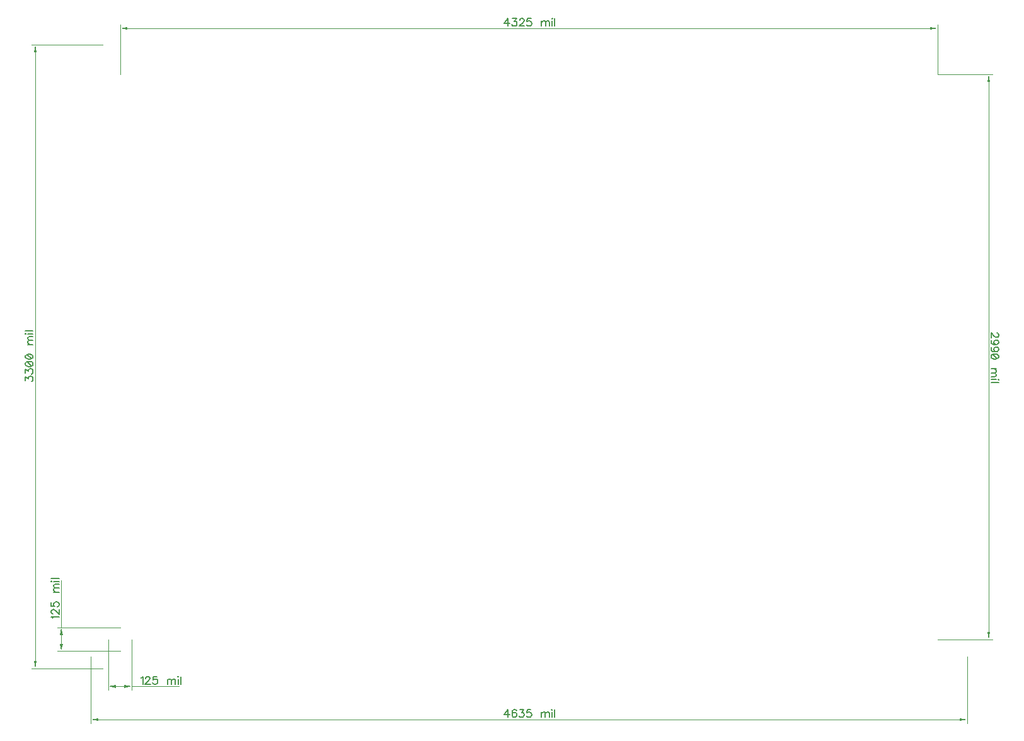
<source format=gbr>
%TF.GenerationSoftware,Novarm,DipTrace,3.3.1.1*%
%TF.CreationDate,2019-02-09T17:58:56-08:00*%
%FSLAX26Y26*%
%MOIN*%
%TF.FileFunction,Drawing,Top*%
%TF.Part,Single*%
%ADD13C,0.001378*%
%ADD149C,0.006176*%
G75*
G01*
%LPD*%
X456501Y3694001D2*
D13*
X80564D1*
X456500Y394000D2*
X80564D1*
X100249Y2044001D2*
Y3654631D1*
G36*
Y3694001D2*
X108123Y3654631D1*
X92375D1*
X100249Y3694001D1*
G37*
Y2044001D2*
D13*
Y433370D1*
G36*
Y394000D2*
X92375Y433370D1*
X108123D1*
X100249Y394000D1*
G37*
X394000Y456500D2*
D13*
Y105564D1*
X5029000Y456500D2*
Y105564D1*
X2711500Y125249D2*
X433370D1*
G36*
X394000D2*
X433370Y133123D1*
Y117375D1*
X394000Y125249D1*
G37*
X2711500D2*
D13*
X4989630D1*
G36*
X5029000D2*
X4989630Y117375D1*
Y133123D1*
X5029000Y125249D1*
G37*
X549000Y3539000D2*
D13*
Y3801185D1*
X4874000Y3539000D2*
Y3801185D1*
X2711500Y3781500D2*
X588370D1*
G36*
X549000D2*
X588370Y3789374D1*
Y3773626D1*
X549000Y3781500D1*
G37*
X2711500D2*
D13*
X4834630D1*
G36*
X4874000D2*
X4834630Y3773626D1*
Y3789374D1*
X4874000Y3781500D1*
G37*
Y3539000D2*
D13*
X5163685D1*
X4874000Y549000D2*
X5163685D1*
X5144000Y2044000D2*
Y3499630D1*
G36*
Y3539000D2*
X5151874Y3499630D1*
X5136126D1*
X5144000Y3539000D1*
G37*
Y2044000D2*
D13*
Y588370D1*
G36*
Y549000D2*
X5136126Y588370D1*
X5151874D1*
X5144000Y549000D1*
G37*
X486500D2*
D13*
Y280564D1*
X611500Y549000D2*
Y280564D1*
X549000Y300249D2*
X525870D1*
G36*
X486500D2*
X525870Y308123D1*
Y292375D1*
X486500Y300249D1*
G37*
X549000D2*
D13*
X572130D1*
G36*
X611500D2*
X572130Y292375D1*
Y308123D1*
X611500Y300249D1*
G37*
X860676D2*
D13*
X611500D1*
X549000Y486500D2*
X218064D1*
X549000Y611500D2*
X218064D1*
X237749Y549000D2*
Y525870D1*
G36*
Y486500D2*
X229875Y525870D1*
X245623D1*
X237749Y486500D1*
G37*
Y549000D2*
D13*
Y572130D1*
G36*
Y611500D2*
X245623Y572130D1*
X229875D1*
X237749Y611500D1*
G37*
Y860676D2*
D13*
Y611500D1*
X47891Y1917859D2*
D149*
Y1938862D1*
X63189Y1927410D1*
Y1933158D1*
X65091Y1936960D1*
X66992Y1938862D1*
X72740Y1940807D1*
X76543D1*
X82291Y1938862D1*
X86137Y1935059D1*
X88039Y1929311D1*
Y1923563D1*
X86137Y1917859D1*
X84192Y1915958D1*
X80389Y1914012D1*
X47891Y1957005D2*
Y1978008D1*
X63189Y1966556D1*
Y1972304D1*
X65091Y1976106D1*
X66992Y1978008D1*
X72740Y1979953D1*
X76543D1*
X82291Y1978008D1*
X86137Y1974205D1*
X88039Y1968457D1*
Y1962709D1*
X86137Y1957005D1*
X84192Y1955104D1*
X80389Y1953159D1*
X47891Y2003801D2*
X49792Y1998053D1*
X55540Y1994206D1*
X65091Y1992305D1*
X70839D1*
X80389Y1994206D1*
X86137Y1998053D1*
X88039Y2003801D1*
Y2007603D1*
X86137Y2013351D1*
X80389Y2017154D1*
X70839Y2019099D1*
X65091D1*
X55540Y2017154D1*
X49792Y2013351D1*
X47891Y2007603D1*
Y2003801D1*
X55540Y2017154D2*
X80389Y1994206D1*
X47891Y2042947D2*
X49792Y2037199D1*
X55540Y2033352D1*
X65091Y2031451D1*
X70839D1*
X80389Y2033352D1*
X86137Y2037199D1*
X88039Y2042947D1*
Y2046749D1*
X86137Y2052497D1*
X80389Y2056300D1*
X70839Y2058245D1*
X65091D1*
X55540Y2056300D1*
X49792Y2052497D1*
X47891Y2046749D1*
Y2042947D1*
X55540Y2056300D2*
X80389Y2033352D1*
X61244Y2109478D2*
X88039D1*
X68893D2*
X63145Y2115226D1*
X61244Y2119072D1*
Y2124776D1*
X63145Y2128623D1*
X68893Y2130524D1*
X88039D1*
X68893D2*
X63145Y2136272D1*
X61244Y2140119D1*
Y2145823D1*
X63145Y2149670D1*
X68893Y2151615D1*
X88039D1*
X47847Y2163966D2*
X49748Y2165868D1*
X47847Y2167813D1*
X45901Y2165868D1*
X47847Y2163966D1*
X61244Y2165868D2*
X88039D1*
X47847Y2180165D2*
X88039D1*
X2600679Y137460D2*
Y177608D1*
X2581534Y150857D1*
X2610230D1*
X2645529Y171904D2*
X2643628Y175707D1*
X2637880Y177608D1*
X2634077D1*
X2628329Y175707D1*
X2624483Y169959D1*
X2622581Y160408D1*
Y150857D1*
X2624483Y143208D1*
X2628329Y139361D1*
X2634077Y137460D1*
X2635979D1*
X2641682Y139361D1*
X2645529Y143208D1*
X2647430Y148956D1*
Y150857D1*
X2645529Y156605D1*
X2641682Y160408D1*
X2635979Y162309D1*
X2634077D1*
X2628329Y160408D1*
X2624483Y156605D1*
X2622581Y150857D1*
X2663629Y177608D2*
X2684631D1*
X2673179Y162309D1*
X2678927D1*
X2682730Y160408D1*
X2684631Y158507D1*
X2686577Y152759D1*
Y148956D1*
X2684631Y143208D1*
X2680828Y139361D1*
X2675080Y137460D1*
X2669332D1*
X2663629Y139361D1*
X2661727Y141307D1*
X2659782Y145109D1*
X2721876Y177608D2*
X2702775D1*
X2700873Y160408D1*
X2702775Y162309D1*
X2708523Y164255D1*
X2714227D1*
X2719975Y162309D1*
X2723821Y158507D1*
X2725723Y152759D1*
Y148956D1*
X2723821Y143208D1*
X2719975Y139361D1*
X2714227Y137460D1*
X2708523D1*
X2702775Y139361D1*
X2700873Y141307D1*
X2698928Y145109D1*
X2776955Y164255D2*
Y137460D1*
Y156605D2*
X2782703Y162354D1*
X2786550Y164255D1*
X2792253D1*
X2796100Y162354D1*
X2798001Y156605D1*
Y137460D1*
Y156605D2*
X2803749Y162354D1*
X2807596Y164255D1*
X2813300D1*
X2817147Y162354D1*
X2819092Y156605D1*
Y137460D1*
X2831444Y177652D2*
X2833345Y175751D1*
X2835290Y177652D1*
X2833345Y179598D1*
X2831444Y177652D1*
X2833345Y164255D2*
Y137460D1*
X2847642Y177652D2*
Y137460D1*
X2599707Y3793711D2*
Y3833859D1*
X2580561Y3807108D1*
X2609257D1*
X2625455Y3833859D2*
X2646458D1*
X2635006Y3818560D1*
X2640754D1*
X2644556Y3816659D1*
X2646458Y3814757D1*
X2648403Y3809009D1*
Y3805207D1*
X2646458Y3799459D1*
X2642655Y3795612D1*
X2636907Y3793711D1*
X2631159D1*
X2625455Y3795612D1*
X2623554Y3797558D1*
X2621609Y3801360D1*
X2662700Y3824308D2*
Y3826209D1*
X2664601Y3830056D1*
X2666503Y3831957D1*
X2670349Y3833859D1*
X2677999D1*
X2681801Y3831957D1*
X2683702Y3830056D1*
X2685648Y3826209D1*
Y3822407D1*
X2683702Y3818560D1*
X2679900Y3812856D1*
X2660755Y3793711D1*
X2687549D1*
X2722849Y3833859D2*
X2703747D1*
X2701846Y3816659D1*
X2703747Y3818560D1*
X2709495Y3820505D1*
X2715199D1*
X2720947Y3818560D1*
X2724794Y3814757D1*
X2726695Y3809009D1*
Y3805207D1*
X2724794Y3799459D1*
X2720947Y3795612D1*
X2715199Y3793711D1*
X2709495D1*
X2703747Y3795612D1*
X2701846Y3797558D1*
X2699901Y3801360D1*
X2777927Y3820505D2*
Y3793711D1*
Y3812856D2*
X2783676Y3818604D1*
X2787522Y3820505D1*
X2793226D1*
X2797073Y3818604D1*
X2798974Y3812856D1*
Y3793711D1*
Y3812856D2*
X2804722Y3818604D1*
X2808569Y3820505D1*
X2814273D1*
X2818119Y3818604D1*
X2820065Y3812856D1*
Y3793711D1*
X2832416Y3833903D2*
X2834318Y3832001D1*
X2836263Y3833903D1*
X2834318Y3835848D1*
X2832416Y3833903D1*
X2834318Y3820505D2*
Y3793711D1*
X2848615Y3833903D2*
Y3793711D1*
X5186808Y2170141D2*
X5188709D1*
X5192556Y2168240D1*
X5194457Y2166339D1*
X5196359Y2162492D1*
Y2154843D1*
X5194457Y2151040D1*
X5192556Y2149139D1*
X5188709Y2147194D1*
X5184907D1*
X5181060Y2149139D1*
X5175356Y2152942D1*
X5156211Y2172087D1*
Y2145292D1*
X5183005Y2108047D2*
X5177257Y2109993D1*
X5173411Y2113795D1*
X5171509Y2119544D1*
Y2121445D1*
X5173411Y2127193D1*
X5177257Y2130995D1*
X5183005Y2132941D1*
X5184907D1*
X5190655Y2130995D1*
X5194457Y2127193D1*
X5196359Y2121445D1*
Y2119544D1*
X5194457Y2113795D1*
X5190655Y2109993D1*
X5183005Y2108047D1*
X5173411D1*
X5163860Y2109993D1*
X5158112Y2113795D1*
X5156211Y2119544D1*
Y2123346D1*
X5158112Y2129094D1*
X5161959Y2130995D1*
X5183005Y2070803D2*
X5177257Y2072748D1*
X5173411Y2076551D1*
X5171509Y2082299D1*
Y2084200D1*
X5173411Y2089948D1*
X5177257Y2093751D1*
X5183005Y2095696D1*
X5184907D1*
X5190655Y2093751D1*
X5194457Y2089948D1*
X5196359Y2084200D1*
Y2082299D1*
X5194457Y2076551D1*
X5190655Y2072748D1*
X5183005Y2070803D1*
X5173411D1*
X5163860Y2072748D1*
X5158112Y2076551D1*
X5156211Y2082299D1*
Y2086101D1*
X5158112Y2091849D1*
X5161959Y2093751D1*
X5196359Y2046955D2*
X5194457Y2052703D1*
X5188709Y2056550D1*
X5179159Y2058451D1*
X5173411D1*
X5163860Y2056550D1*
X5158112Y2052703D1*
X5156211Y2046955D1*
Y2043153D1*
X5158112Y2037405D1*
X5163860Y2033602D1*
X5173411Y2031657D1*
X5179159D1*
X5188709Y2033602D1*
X5194457Y2037405D1*
X5196359Y2043153D1*
Y2046955D1*
X5188709Y2033602D2*
X5163860Y2056550D1*
X5183005Y1980424D2*
X5156211D1*
X5175356D2*
X5181104Y1974676D1*
X5183005Y1970830D1*
Y1965126D1*
X5181104Y1961279D1*
X5175356Y1959378D1*
X5156211D1*
X5175356D2*
X5181104Y1953630D1*
X5183005Y1949783D1*
Y1944079D1*
X5181104Y1940232D1*
X5175356Y1938287D1*
X5156211D1*
X5196403Y1925936D2*
X5194501Y1924034D1*
X5196403Y1922089D1*
X5198348Y1924034D1*
X5196403Y1925936D1*
X5183005Y1924034D2*
X5156211D1*
X5196403Y1909737D2*
X5156211D1*
X660134Y344959D2*
X663980Y346904D1*
X669728Y352608D1*
Y312460D1*
X684025Y343057D2*
Y344959D1*
X685927Y348805D1*
X687828Y350707D1*
X691675Y352608D1*
X699324D1*
X703126Y350707D1*
X705028Y348805D1*
X706973Y344959D1*
Y341156D1*
X705028Y337309D1*
X701225Y331605D1*
X682080Y312460D1*
X708874D1*
X744174Y352608D2*
X725073D1*
X723171Y335408D1*
X725073Y337309D1*
X730821Y339255D1*
X736524D1*
X742273Y337309D1*
X746119Y333507D1*
X748021Y327759D1*
Y323956D1*
X746119Y318208D1*
X742273Y314361D1*
X736524Y312460D1*
X730821D1*
X725073Y314361D1*
X723171Y316307D1*
X721226Y320109D1*
X799253Y339255D2*
Y312460D1*
Y331605D2*
X805001Y337354D1*
X808848Y339255D1*
X814551D1*
X818398Y337354D1*
X820299Y331605D1*
Y312460D1*
Y331605D2*
X826047Y337354D1*
X829894Y339255D1*
X835598D1*
X839445Y337354D1*
X841390Y331605D1*
Y312460D1*
X853742Y352652D2*
X855643Y350751D1*
X857588Y352652D1*
X855643Y354598D1*
X853742Y352652D1*
X855643Y339255D2*
Y312460D1*
X869940Y352652D2*
Y312460D1*
X193040Y660134D2*
X191095Y663980D1*
X185391Y669728D1*
X225539D1*
X194941Y684025D2*
X193040D1*
X189193Y685927D1*
X187292Y687828D1*
X185391Y691675D1*
Y699324D1*
X187292Y703126D1*
X189193Y705028D1*
X193040Y706973D1*
X196843D1*
X200689Y705028D1*
X206393Y701225D1*
X225539Y682080D1*
Y708874D1*
X185391Y744174D2*
Y725073D1*
X202591Y723171D1*
X200689Y725073D1*
X198744Y730821D1*
Y736524D1*
X200689Y742273D1*
X204492Y746119D1*
X210240Y748021D1*
X214043D1*
X219791Y746119D1*
X223637Y742273D1*
X225539Y736524D1*
Y730821D1*
X223637Y725073D1*
X221692Y723171D1*
X217889Y721226D1*
X198744Y799253D2*
X225539D1*
X206393D2*
X200645Y805001D1*
X198744Y808848D1*
Y814551D1*
X200645Y818398D1*
X206393Y820299D1*
X225539D1*
X206393D2*
X200645Y826047D1*
X198744Y829894D1*
Y835598D1*
X200645Y839445D1*
X206393Y841390D1*
X225539D1*
X185347Y853742D2*
X187248Y855643D1*
X185347Y857588D1*
X183401Y855643D1*
X185347Y853742D1*
X198744Y855643D2*
X225539D1*
X185347Y869940D2*
X225539D1*
M02*

</source>
